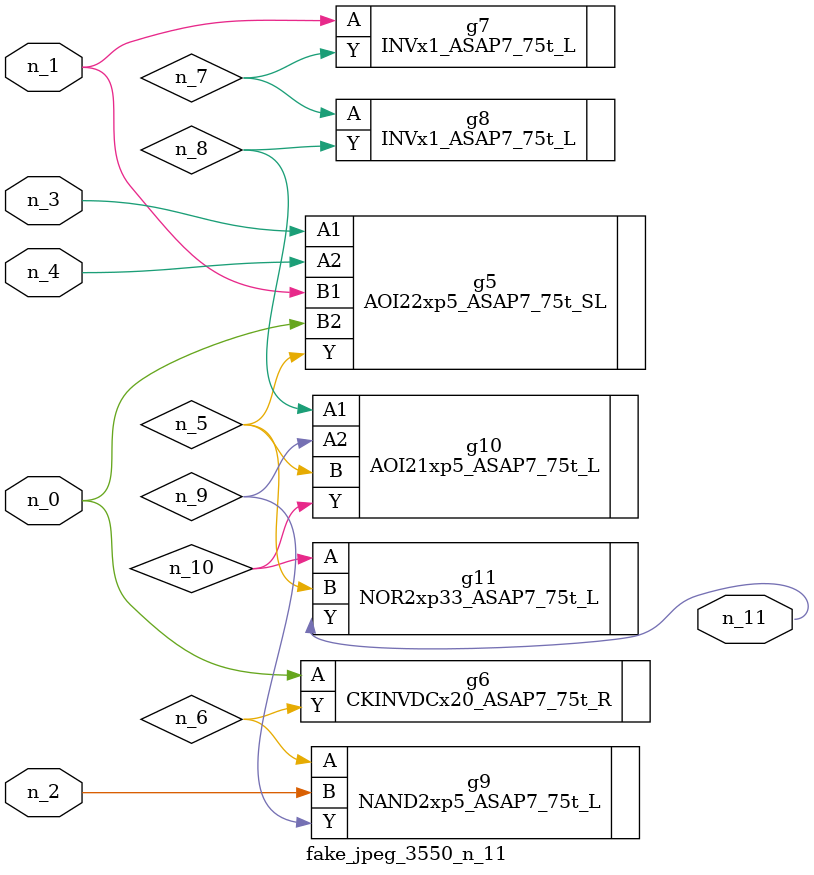
<source format=v>
module fake_jpeg_3550_n_11 (n_3, n_2, n_1, n_0, n_4, n_11);

input n_3;
input n_2;
input n_1;
input n_0;
input n_4;

output n_11;

wire n_10;
wire n_8;
wire n_9;
wire n_6;
wire n_5;
wire n_7;

AOI22xp5_ASAP7_75t_SL g5 ( 
.A1(n_3),
.A2(n_4),
.B1(n_1),
.B2(n_0),
.Y(n_5)
);

CKINVDCx20_ASAP7_75t_R g6 ( 
.A(n_0),
.Y(n_6)
);

INVx1_ASAP7_75t_L g7 ( 
.A(n_1),
.Y(n_7)
);

INVx1_ASAP7_75t_L g8 ( 
.A(n_7),
.Y(n_8)
);

AOI21xp5_ASAP7_75t_L g10 ( 
.A1(n_8),
.A2(n_9),
.B(n_5),
.Y(n_10)
);

NAND2xp5_ASAP7_75t_L g9 ( 
.A(n_6),
.B(n_2),
.Y(n_9)
);

NOR2xp33_ASAP7_75t_L g11 ( 
.A(n_10),
.B(n_5),
.Y(n_11)
);


endmodule
</source>
